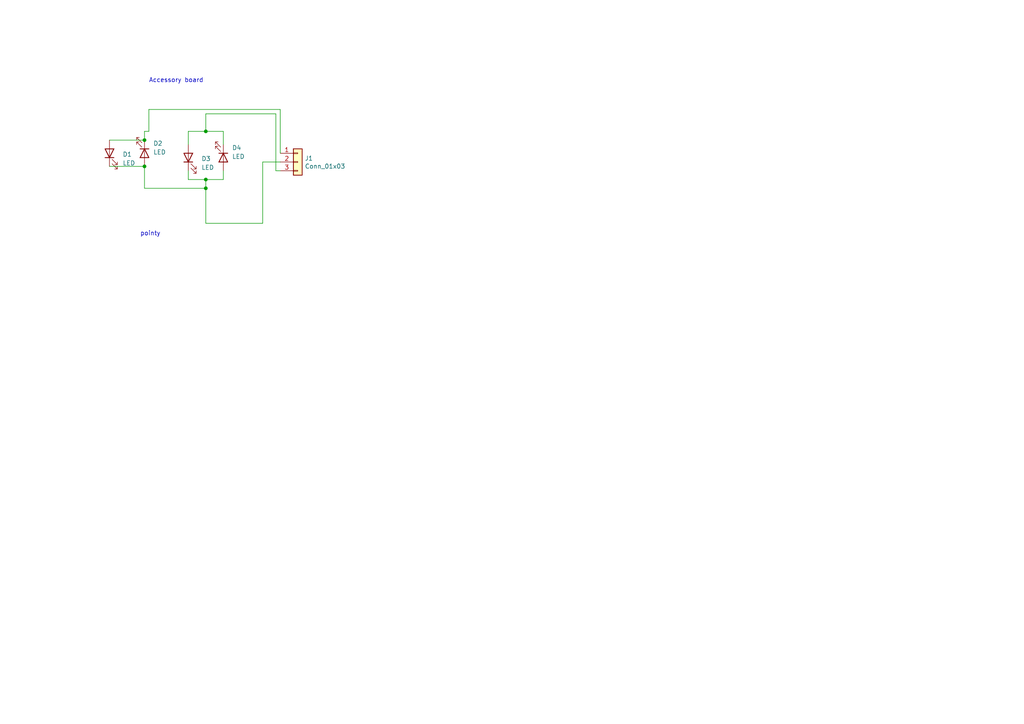
<source format=kicad_sch>
(kicad_sch (version 20211123) (generator eeschema)
  (paper "A4")
  (lib_symbols
    (symbol "Connector_Generic:Conn_01x03" (pin_names (offset 1.016) hide)
      (property "Reference" "J" (at 0 5.08 0))
      (property "Value" "Conn_01x03" (at 0 -5.08 0))
      (symbol "Conn_01x03_1_1"
        (rectangle (start -1.27 -2.413) (end 0 -2.667) (stroke (width 0.1524)))
        (rectangle (start -1.27 0.127) (end 0 -0.127) (stroke (width 0.1524)))
        (rectangle (start -1.27 2.667) (end 0 2.413) (stroke (width 0.1524)))
        (rectangle (start -1.27 3.81) (end 1.27 -3.81) (stroke (width 0.254)) (fill (type background)))
        (pin passive line (at -5.08 2.54 0) (length 3.81) (name "Pin_1") (number "1"))
        (pin passive line (at -5.08 0 0) (length 3.81) (name "Pin_2") (number "2"))
        (pin passive line (at -5.08 -2.54 0) (length 3.81) (name "Pin_3") (number "3"))
      )
    )
    (symbol "Device:LED" (pin_numbers hide) (pin_names (offset 1.016) hide)
      (property "Reference" "D" (at 0 2.54 0))
      (property "Value" "LED" (at 0 -2.54 0))
      (symbol "LED_0_1"
        (polyline (pts (xy -1.27 -1.27) (xy -1.27 1.27)) (stroke (width 0.254)))
        (polyline (pts (xy -1.27 0) (xy 1.27 0)))
        (polyline (pts (xy 1.27 -1.27) (xy 1.27 1.27) (xy -1.27 0) (xy 1.27 -1.27)) (stroke (width 0.254)))
        (polyline (pts (xy -3.048 -0.762) (xy -4.572 -2.286) (xy -3.81 -2.286) (xy -4.572 -2.286) (xy -4.572 -1.524)))
        (polyline (pts (xy -1.778 -0.762) (xy -3.302 -2.286) (xy -2.54 -2.286) (xy -3.302 -2.286) (xy -3.302 -1.524)))
      )
      (symbol "LED_1_1"
        (pin passive line (at -3.81 0 0) (length 2.54) (name "K") (number "1"))
        (pin passive line (at 3.81 0 180) (length 2.54) (name "A") (number "2"))
      )
    )
  )
  (junction (at 59.69 54.61))
  (junction (at 41.91 40.64))
  (junction (at 59.69 52.07))
  (junction (at 41.91 48.26))
  (junction (at 59.69 38.1))
  (wire (pts (xy 59.69 33.02) (xy 80.01 33.02)))
  (wire (pts (xy 41.91 48.26) (xy 41.91 54.61)))
  (wire (pts (xy 76.2 46.99) (xy 81.28 46.99)))
  (wire (pts (xy 59.69 64.77) (xy 76.2 64.77)))
  (wire (pts (xy 81.28 44.45) (xy 81.28 31.75)))
  (wire (pts (xy 80.01 33.02) (xy 80.01 49.53)))
  (wire (pts (xy 81.28 31.75) (xy 43.18 31.75)))
  (wire (pts (xy 59.69 33.02) (xy 59.69 38.1)))
  (wire (pts (xy 43.18 38.1) (xy 41.91 38.1)))
  (wire (pts (xy 54.61 49.53) (xy 54.61 52.07)))
  (wire (pts (xy 80.01 49.53) (xy 81.28 49.53)))
  (wire (pts (xy 31.75 40.64) (xy 41.91 40.64)))
  (wire (pts (xy 59.69 38.1) (xy 54.61 38.1)))
  (wire (pts (xy 64.77 38.1) (xy 64.77 41.91)))
  (wire (pts (xy 76.2 64.77) (xy 76.2 46.99)))
  (wire (pts (xy 54.61 52.07) (xy 59.69 52.07)))
  (wire (pts (xy 41.91 38.1) (xy 41.91 40.64)))
  (wire (pts (xy 59.69 54.61) (xy 59.69 64.77)))
  (wire (pts (xy 43.18 31.75) (xy 43.18 38.1)))
  (wire (pts (xy 54.61 38.1) (xy 54.61 41.91)))
  (wire (pts (xy 41.91 54.61) (xy 59.69 54.61)))
  (wire (pts (xy 31.75 48.26) (xy 41.91 48.26)))
  (wire (pts (xy 59.69 52.07) (xy 59.69 54.61)))
  (wire (pts (xy 64.77 49.53) (xy 64.77 52.07)))
  (wire (pts (xy 59.69 38.1) (xy 64.77 38.1)))
  (wire (pts (xy 59.69 52.07) (xy 64.77 52.07)))
  (text "pointy" (at 40.64 68.58 0) (effects (font (size 1.27 1.27)) (justify left bottom)))
  (text "Accessory board" (at 43.18 24.13 0) (effects (font (size 1.27 1.27)) (justify left bottom)))
  (symbol (lib_id "Device:LED") (at 64.77 45.72 270) (unit 1)
    (property "Reference" "D4" (at 67.31 42.8624 90) (effects (justify left)))
    (property "Value" "LED" (at 67.31 45.4024 90) (effects (justify left)))
    (property "Footprint" "Custom4:Custom_LessSilkscreenLED_1206_3216Metric_Pad1.42x1.75mm_HandSolder" (effects hide))
  )
  (symbol (lib_id "Connector_Generic:Conn_01x03") (at 86.36 46.99 0) (unit 1)
    (property "Reference" "J1" (at 88.392 45.9232 0) (effects (justify left)))
    (property "Value" "Conn_01x03" (at 88.392 48.2346 0) (effects (justify left)))
    (property "Footprint" "Connector_PinHeader_2.54mm:PinHeader_1x03_P2.54mm_Horizontal" (effects hide))
  )
  (symbol (lib_id "Device:LED") (at 54.61 45.72 90) (unit 1)
    (property "Reference" "D3" (at 58.42 46.0374 90) (effects (justify right)))
    (property "Value" "LED" (at 58.42 48.5774 90) (effects (justify right)))
    (property "Footprint" "Custom4:Custom_LessSilkscreenLED_1206_3216Metric_Pad1.42x1.75mm_HandSolder" (effects hide))
  )
  (symbol (lib_id "Device:LED") (at 31.75 44.45 90) (unit 1)
    (property "Reference" "D1" (at 35.56 44.7674 90) (effects (justify right)))
    (property "Value" "LED" (at 35.56 47.3074 90) (effects (justify right)))
    (property "Footprint" "Custom4:Custom_LessSilkscreenLED_1206_3216Metric_Pad1.42x1.75mm_HandSolder" (effects hide))
  )
  (symbol (lib_id "Device:LED") (at 41.91 44.45 270) (unit 1)
    (property "Reference" "D2" (at 44.45 41.5924 90) (effects (justify left)))
    (property "Value" "LED" (at 44.45 44.1324 90) (effects (justify left)))
    (property "Footprint" "Custom4:Custom_LessSilkscreenLED_1206_3216Metric_Pad1.42x1.75mm_HandSolder" (effects hide))
  )
)
</source>
